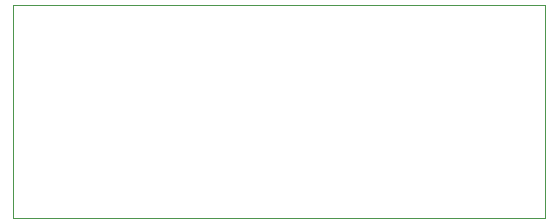
<source format=gko>
G04 #@! TF.FileFunction,Profile,NP*
%FSLAX46Y46*%
G04 Gerber Fmt 4.6, Leading zero omitted, Abs format (unit mm)*
G04 Created by KiCad (PCBNEW 0.201510291901+6286~30~ubuntu14.04.1-product) date Sat 07 Nov 2015 01:58:48 PM PST*
%MOMM*%
G01*
G04 APERTURE LIST*
%ADD10C,0.100000*%
%ADD11C,0.010000*%
G04 APERTURE END LIST*
D10*
D11*
X100000000Y-82000000D02*
X100000000Y-100000000D01*
X145000000Y-82000000D02*
X100000000Y-82000000D01*
X145000000Y-100000000D02*
X145000000Y-82000000D01*
X100000000Y-100000000D02*
X145000000Y-100000000D01*
M02*

</source>
